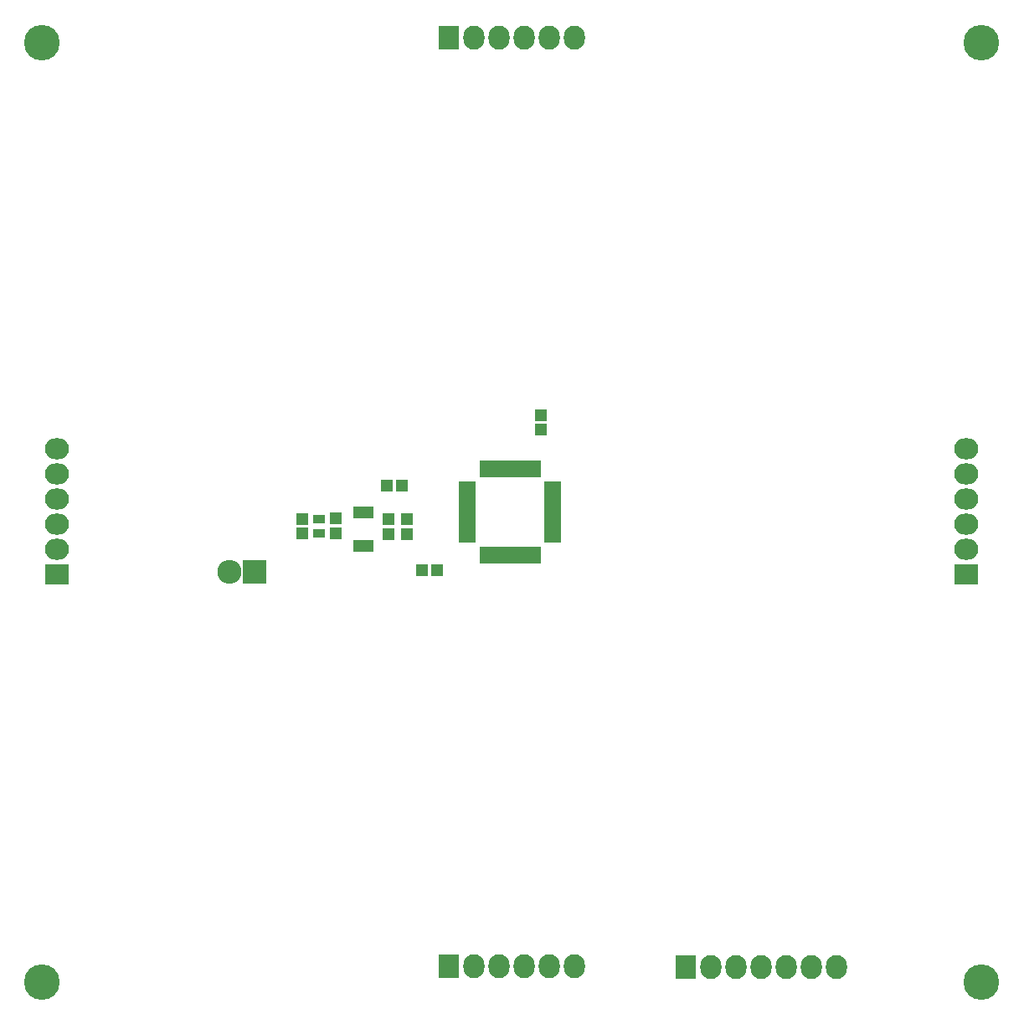
<source format=gbr>
G04 #@! TF.FileFunction,Soldermask,Bot*
%FSLAX46Y46*%
G04 Gerber Fmt 4.6, Leading zero omitted, Abs format (unit mm)*
G04 Created by KiCad (PCBNEW 4.0.2-stable) date Onsdag 20 Juli 2016 10:28:16*
%MOMM*%
G01*
G04 APERTURE LIST*
%ADD10C,0.100000*%
%ADD11C,3.600000*%
%ADD12R,1.150000X1.200000*%
%ADD13R,1.200000X1.150000*%
%ADD14R,1.197560X1.197560*%
%ADD15R,2.432000X2.432000*%
%ADD16O,2.432000X2.432000*%
%ADD17R,2.127200X2.432000*%
%ADD18O,2.127200X2.432000*%
%ADD19R,2.432000X2.127200*%
%ADD20O,2.432000X2.127200*%
%ADD21R,1.300000X0.900000*%
%ADD22R,2.100000X1.300000*%
%ADD23R,1.700000X0.650000*%
%ADD24R,0.650000X1.700000*%
G04 APERTURE END LIST*
D10*
D11*
X52500000Y-52500000D03*
X147500000Y-52500000D03*
X147500000Y-147500000D03*
D12*
X87520000Y-102220000D03*
X87520000Y-100720000D03*
D13*
X87388000Y-97310000D03*
X88888000Y-97310000D03*
D12*
X102960000Y-90182000D03*
X102960000Y-91682000D03*
X89380000Y-102210000D03*
X89380000Y-100710000D03*
D13*
X90910000Y-105840000D03*
X92410000Y-105840000D03*
D12*
X78800000Y-102175000D03*
X78800000Y-100675000D03*
D14*
X82175000Y-102124300D03*
X82175000Y-100625700D03*
D15*
X73950000Y-106025000D03*
D16*
X71410000Y-106025000D03*
D17*
X93630000Y-52040000D03*
D18*
X96170000Y-52040000D03*
X98710000Y-52040000D03*
X101250000Y-52040000D03*
X103790000Y-52040000D03*
X106330000Y-52040000D03*
D19*
X53950000Y-106330000D03*
D20*
X53950000Y-103790000D03*
X53950000Y-101250000D03*
X53950000Y-98710000D03*
X53950000Y-96170000D03*
X53950000Y-93630000D03*
D19*
X145950000Y-106320000D03*
D20*
X145950000Y-103780000D03*
X145950000Y-101240000D03*
X145950000Y-98700000D03*
X145950000Y-96160000D03*
X145950000Y-93620000D03*
D17*
X93620000Y-145950000D03*
D18*
X96160000Y-145950000D03*
X98700000Y-145950000D03*
X101240000Y-145950000D03*
X103780000Y-145950000D03*
X106320000Y-145950000D03*
D17*
X117580000Y-145970000D03*
D18*
X120120000Y-145970000D03*
X122660000Y-145970000D03*
X125200000Y-145970000D03*
X127740000Y-145970000D03*
X130280000Y-145970000D03*
X132820000Y-145970000D03*
D21*
X80525000Y-102175000D03*
X80525000Y-100675000D03*
D22*
X84940000Y-103420000D03*
X84940000Y-100020000D03*
D23*
X95450000Y-102750000D03*
X95450000Y-102250000D03*
X95450000Y-101750000D03*
X95450000Y-101250000D03*
X95450000Y-100750000D03*
X95450000Y-100250000D03*
X95450000Y-99750000D03*
X95450000Y-99250000D03*
X95450000Y-98750000D03*
X95450000Y-98250000D03*
X95450000Y-97750000D03*
X95450000Y-97250000D03*
D24*
X97050000Y-95650000D03*
X97550000Y-95650000D03*
X98050000Y-95650000D03*
X98550000Y-95650000D03*
X99050000Y-95650000D03*
X99550000Y-95650000D03*
X100050000Y-95650000D03*
X100550000Y-95650000D03*
X101050000Y-95650000D03*
X101550000Y-95650000D03*
X102050000Y-95650000D03*
X102550000Y-95650000D03*
D23*
X104150000Y-97250000D03*
X104150000Y-97750000D03*
X104150000Y-98250000D03*
X104150000Y-98750000D03*
X104150000Y-99250000D03*
X104150000Y-99750000D03*
X104150000Y-100250000D03*
X104150000Y-100750000D03*
X104150000Y-101250000D03*
X104150000Y-101750000D03*
X104150000Y-102250000D03*
X104150000Y-102750000D03*
D24*
X102550000Y-104350000D03*
X102050000Y-104350000D03*
X101550000Y-104350000D03*
X101050000Y-104350000D03*
X100550000Y-104350000D03*
X100050000Y-104350000D03*
X99550000Y-104350000D03*
X99050000Y-104350000D03*
X98550000Y-104350000D03*
X98050000Y-104350000D03*
X97550000Y-104350000D03*
X97050000Y-104350000D03*
D11*
X52500000Y-147500000D03*
M02*

</source>
